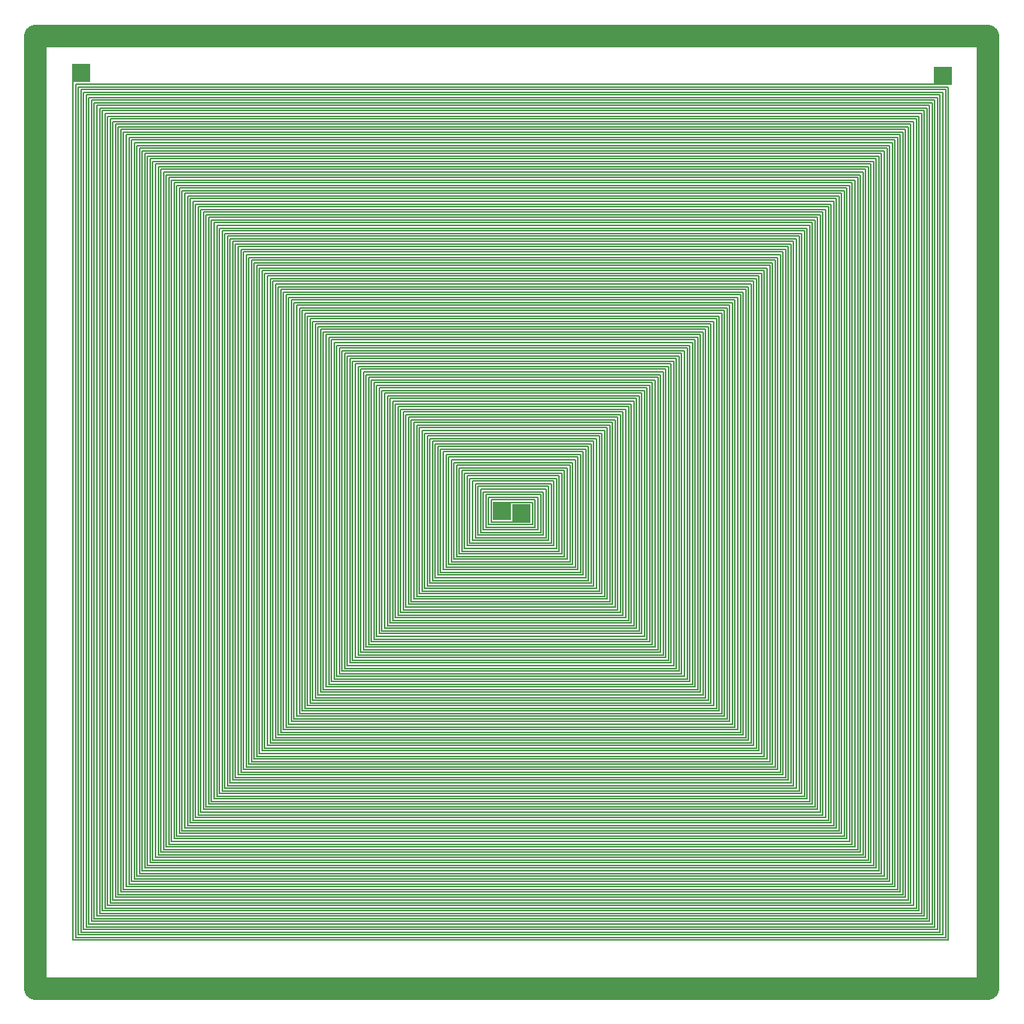
<source format=gbr>
G04 start of page 2 for group 0 idx 0 *
G04 Title: (unknown), component *
G04 Creator: pcb 1.99y *
G04 CreationDate: Mon Mar  9 18:38:31 2009 UTC *
G04 For: dj *
G04 Format: Gerber/RS-274X *
G04 PCB-Dimensions: 432612 432612 *
G04 PCB-Coordinate-Origin: lower left *
%MOIN*%
%FSLAX25Y25*%
%LNFRONT*%
%ADD11C,0.0059*%
%ADD12C,0.1000*%
%ADD13C,0.0200*%
%ADD14C,0.0300*%
G54D11*X205942Y222966D02*X227852D01*
X204760Y224148D02*X229034D01*
X203578Y225330D02*X230216D01*
X202396Y226512D02*X231398D01*
X201214Y227694D02*X232580D01*
X200032Y228876D02*X233762D01*
X198850Y230058D02*X234944D01*
X197668Y231240D02*X236126D01*
X196486Y232422D02*X237308D01*
X195304Y233604D02*X238490D01*
X194122Y234786D02*X239672D01*
X192940Y235968D02*X240854D01*
X191758Y237150D02*X242036D01*
X190576Y238332D02*X243218D01*
X189394Y239514D02*X244400D01*
X188212Y240696D02*X245582D01*
X187030Y241878D02*X246764D01*
X185848Y243060D02*X247946D01*
X184666Y244242D02*X249128D01*
X183484Y245424D02*X250310D01*
X182302Y246606D02*X251492D01*
X181120Y247788D02*X252674D01*
X179938Y248970D02*X253856D01*
X178756Y250152D02*X255038D01*
X177574Y251334D02*X256220D01*
X176392Y252516D02*X257402D01*
X175210Y253698D02*X258584D01*
X104290Y324618D02*X329504D01*
X103108Y325800D02*X330686D01*
X101926Y326982D02*X331868D01*
X100744Y328164D02*X333050D01*
X99562Y329346D02*X334232D01*
X98380Y330528D02*X335414D01*
X97198Y331710D02*X336596D01*
X96016Y332892D02*X337778D01*
X94834Y334074D02*X338960D01*
X93652Y335256D02*X340142D01*
X92470Y336438D02*X341324D01*
X91288Y337620D02*X342506D01*
X90106Y338802D02*X343688D01*
X88924Y339984D02*X344870D01*
X87742Y341166D02*X346052D01*
X86560Y342348D02*X347234D01*
X85378Y343530D02*X348416D01*
X84196Y344712D02*X349598D01*
X83014Y345894D02*X350780D01*
X81832Y347076D02*X351962D01*
X80650Y348258D02*X353144D01*
X79468Y349440D02*X354326D01*
X78286Y350622D02*X355508D01*
X77104Y351804D02*X356690D01*
X75922Y352986D02*X357872D01*
X74740Y354168D02*X359054D01*
X73558Y355350D02*X360236D01*
X72376Y356532D02*X361418D01*
X71194Y357714D02*X362600D01*
X70012Y358896D02*X363782D01*
X68830Y360078D02*X364964D01*
X67648Y361260D02*X366146D01*
X66466Y362442D02*X367328D01*
X65284Y363624D02*X368510D01*
X64102Y364806D02*X369692D01*
X62920Y365988D02*X370874D01*
X61738Y367170D02*X372056D01*
X60556Y368352D02*X373238D01*
X59374Y369534D02*X374420D01*
X58192Y370716D02*X375602D01*
X57010Y371898D02*X376784D01*
X55828Y373080D02*X377966D01*
X54646Y374262D02*X379148D01*
X53464Y375444D02*X380330D01*
X52282Y376626D02*X381512D01*
X51100Y377808D02*X382694D01*
X49918Y378990D02*X383876D01*
X48736Y380172D02*X385058D01*
X47554Y381354D02*X386240D01*
X46372Y382536D02*X387422D01*
X45190Y383718D02*X388604D01*
X44008Y384900D02*X389786D01*
X42826Y386082D02*X390968D01*
X41644Y387264D02*X392150D01*
X40462Y388446D02*X393332D01*
X39280Y389628D02*X394514D01*
X38098Y390810D02*X395696D01*
X36916Y391992D02*X396878D01*
X35734Y393174D02*X398060D01*
X34552Y394356D02*X399242D01*
X33370Y395538D02*X400424D01*
X32188Y396720D02*X401606D01*
X31006Y397902D02*X402788D01*
X29824Y399084D02*X403970D01*
X28642Y400266D02*X405152D01*
X27460Y401448D02*X406334D01*
X26278Y402630D02*X407516D01*
X25096Y403812D02*X408698D01*
X23914Y404994D02*X409880D01*
X22732Y406176D02*X411062D01*
G54D12*X5000Y427612D02*X427612D01*
G54D11*X204760Y209647D02*X226670D01*
X203578Y208465D02*X227852D01*
X202396Y207283D02*X229034D01*
X226670Y209647D02*Y221784D01*
X227852Y208465D02*Y222966D01*
X229034Y207283D02*Y224148D01*
X230216Y206101D02*Y225330D01*
X231398Y204919D02*Y226512D01*
X232580Y203737D02*Y227694D01*
X201214Y206101D02*X230216D01*
X200032Y204919D02*X231398D01*
X198850Y203737D02*X232580D01*
X197668Y202555D02*X233762D01*
X207124Y212011D02*Y221784D01*
X208306Y220602D02*X225488D01*
X205942Y210829D02*Y222966D01*
X207124Y221784D02*X226670D01*
X207124Y212011D02*X224306D01*
Y219420D01*
X205942Y210829D02*X225488D01*
Y220602D01*
X233762Y202555D02*Y228876D01*
X196486Y201373D02*X234944D01*
X255038Y181279D02*Y250152D01*
X256220Y180097D02*Y251334D01*
X257402Y178915D02*Y252516D01*
X258584Y177733D02*Y253698D01*
X259766Y176551D02*Y254880D01*
X260948Y175369D02*Y256062D01*
X262130Y174187D02*Y257244D01*
X263312Y173005D02*Y258426D01*
X264494Y171823D02*Y259608D01*
X265676Y170641D02*Y260790D01*
X266858Y169459D02*Y261972D01*
X268040Y168277D02*Y263154D01*
X269222Y167095D02*Y264336D01*
X270404Y165913D02*Y265518D01*
X271586Y164731D02*Y266700D01*
X272768Y163549D02*Y267882D01*
X273950Y162367D02*Y269064D01*
X275132Y161185D02*Y270246D01*
X276314Y160003D02*Y271428D01*
X277496Y158821D02*Y272610D01*
X278678Y157639D02*Y273792D01*
X279860Y156457D02*Y274974D01*
X281042Y155275D02*Y276156D01*
X282224Y154093D02*Y277338D01*
X283406Y152911D02*Y278520D01*
X284588Y151729D02*Y279702D01*
X285770Y150547D02*Y280884D01*
X286952Y149365D02*Y282066D01*
X288134Y148183D02*Y283248D01*
X289316Y147001D02*Y284430D01*
X290498Y145819D02*Y285612D01*
X291680Y144637D02*Y286794D01*
X292862Y143455D02*Y287976D01*
X294044Y142273D02*Y289158D01*
X295226Y141091D02*Y290340D01*
X296408Y139909D02*Y291522D01*
X297590Y138727D02*Y292704D01*
X298772Y137545D02*Y293886D01*
X234944Y201373D02*Y230058D01*
X236126Y200191D02*Y231240D01*
X237308Y199009D02*Y232422D01*
X238490Y197827D02*Y233604D01*
X239672Y196645D02*Y234786D01*
X240854Y195463D02*Y235968D01*
X242036Y194281D02*Y237150D01*
X243218Y193099D02*Y238332D01*
X244400Y191917D02*Y239514D01*
X245582Y190735D02*Y240696D01*
X246764Y189553D02*Y241878D01*
X247946Y188371D02*Y243060D01*
X249128Y187189D02*Y244242D01*
X250310Y186007D02*Y245424D01*
X251492Y184825D02*Y246606D01*
X252674Y183643D02*Y247788D01*
X253856Y182461D02*Y248970D01*
X195304Y200191D02*X236126D01*
X194122Y199009D02*X237308D01*
X192940Y197827D02*X238490D01*
X191758Y196645D02*X239672D01*
X190576Y195463D02*X240854D01*
X189394Y194281D02*X242036D01*
X188212Y193099D02*X243218D01*
X187030Y191917D02*X244400D01*
X185848Y190735D02*X245582D01*
X184666Y189553D02*X246764D01*
X183484Y188371D02*X247946D01*
X182302Y187189D02*X249128D01*
X181120Y186007D02*X250310D01*
X179938Y184825D02*X251492D01*
X178756Y183643D02*X252674D01*
X177574Y182461D02*X253856D01*
X176392Y181279D02*X255038D01*
X175210Y180097D02*X256220D01*
X174028Y178915D02*X257402D01*
X172846Y177733D02*X258584D01*
X171664Y176551D02*X259766D01*
X170482Y175369D02*X260948D01*
X169300Y174187D02*X262130D01*
X168118Y173005D02*X263312D01*
X166936Y171823D02*X264494D01*
X165754Y170641D02*X265676D01*
X164572Y169459D02*X266858D01*
X163390Y168277D02*X268040D01*
X162208Y167095D02*X269222D01*
X161026Y165913D02*X270404D01*
X159844Y164731D02*X271586D01*
X158662Y163549D02*X272768D01*
X157480Y162367D02*X273950D01*
X156298Y161185D02*X275132D01*
X155116Y160003D02*X276314D01*
X153934Y158821D02*X277496D01*
X152752Y157639D02*X278678D01*
X151570Y156457D02*X279860D01*
X150388Y155275D02*X281042D01*
X149206Y154093D02*X282224D01*
X148024Y152911D02*X283406D01*
X146842Y151729D02*X284588D01*
X145660Y150547D02*X285770D01*
X144478Y149365D02*X286952D01*
X143296Y148183D02*X288134D01*
X142114Y147001D02*X289316D01*
X140932Y145819D02*X290498D01*
X139750Y144637D02*X291680D01*
X138568Y143455D02*X292862D01*
X137386Y142273D02*X294044D01*
X136204Y141091D02*X295226D01*
X135022Y139909D02*X296408D01*
X133840Y138727D02*X297590D01*
X132658Y137545D02*X298772D01*
X131476Y136363D02*X299954D01*
X174028Y254880D02*X259766D01*
X172846Y256062D02*X260948D01*
X171664Y257244D02*X262130D01*
X170482Y258426D02*X263312D01*
X169300Y259608D02*X264494D01*
X168118Y260790D02*X265676D01*
X166936Y261972D02*X266858D01*
X165754Y263154D02*X268040D01*
X164572Y264336D02*X269222D01*
X163390Y265518D02*X270404D01*
X162208Y266700D02*X271586D01*
X161026Y267882D02*X272768D01*
X159844Y269064D02*X273950D01*
X158662Y270246D02*X275132D01*
X157480Y271428D02*X276314D01*
X156298Y272610D02*X277496D01*
X155116Y273792D02*X278678D01*
X153934Y274974D02*X279860D01*
X152752Y276156D02*X281042D01*
X151570Y277338D02*X282224D01*
X150388Y278520D02*X283406D01*
X149206Y279702D02*X284588D01*
X148024Y280884D02*X285770D01*
X146842Y282066D02*X286952D01*
X145660Y283248D02*X288134D01*
X144478Y284430D02*X289316D01*
X143296Y285612D02*X290498D01*
X142114Y286794D02*X291680D01*
X140932Y287976D02*X292862D01*
X139750Y289158D02*X294044D01*
X138568Y290340D02*X295226D01*
X137386Y291522D02*X296408D01*
X136204Y292704D02*X297590D01*
X135022Y293886D02*X298772D01*
X133840Y295068D02*X299954D01*
X132658Y296250D02*X301136D01*
X131476Y297432D02*X302318D01*
X130294Y298614D02*X303500D01*
X129112Y299796D02*X304682D01*
X127930Y300978D02*X305864D01*
X126748Y302160D02*X307046D01*
X125566Y303342D02*X308228D01*
X124384Y304524D02*X309410D01*
X123202Y305706D02*X310592D01*
X122020Y306888D02*X311774D01*
X120838Y308070D02*X312956D01*
X119656Y309252D02*X314138D01*
X118474Y310434D02*X315320D01*
X117292Y311616D02*X316502D01*
X116110Y312798D02*X317684D01*
X114928Y313980D02*X318866D01*
X113746Y315162D02*X320048D01*
X112564Y316344D02*X321230D01*
X111382Y317526D02*X322412D01*
X110200Y318708D02*X323594D01*
X109018Y319890D02*X324776D01*
X107836Y321072D02*X325958D01*
X106654Y322254D02*X327140D01*
X105472Y323436D02*X328322D01*
X179938Y184825D02*Y248970D01*
X178756Y183643D02*Y250152D01*
X177574Y182461D02*Y251334D01*
X176392Y181279D02*Y252516D01*
X175210Y180097D02*Y253698D01*
X174028Y178915D02*Y254880D01*
X172846Y177733D02*Y256062D01*
X171664Y176551D02*Y257244D01*
X170482Y175369D02*Y258426D01*
X169300Y174187D02*Y259608D01*
X168118Y173005D02*Y260790D01*
X166936Y171823D02*Y261972D01*
X165754Y170641D02*Y263154D01*
X164572Y169459D02*Y264336D01*
X163390Y168277D02*Y265518D01*
X162208Y167095D02*Y266700D01*
X161026Y165913D02*Y267882D01*
X159844Y164731D02*Y269064D01*
X158662Y163549D02*Y270246D01*
X157480Y162367D02*Y271428D01*
X156298Y161185D02*Y272610D01*
X155116Y160003D02*Y273792D01*
X153934Y158821D02*Y274974D01*
X152752Y157639D02*Y276156D01*
X151570Y156457D02*Y277338D01*
X150388Y155275D02*Y278520D01*
X149206Y154093D02*Y279702D01*
X148024Y152911D02*Y280884D01*
X146842Y151729D02*Y282066D01*
X145660Y150547D02*Y283248D01*
X144478Y149365D02*Y284430D01*
X143296Y148183D02*Y285612D01*
X142114Y147001D02*Y286794D01*
X140932Y145819D02*Y287976D01*
X139750Y144637D02*Y289158D01*
X138568Y143455D02*Y290340D01*
X137386Y142273D02*Y291522D01*
X136204Y141091D02*Y292704D01*
X135022Y139909D02*Y293886D01*
X133840Y138727D02*Y295068D01*
X132658Y137545D02*Y296250D01*
X131476Y136363D02*Y297432D01*
X130294Y135181D02*Y298614D01*
X129112Y133999D02*Y299796D01*
X127930Y132817D02*Y300978D01*
X126748Y131635D02*Y302160D01*
X125566Y130453D02*Y303342D01*
X124384Y129271D02*Y304524D01*
X123202Y128089D02*Y305706D01*
X122020Y126907D02*Y306888D01*
X120838Y125725D02*Y308070D01*
X119656Y124543D02*Y309252D01*
X118474Y123361D02*Y310434D01*
X117292Y122179D02*Y311616D01*
X116110Y120997D02*Y312798D01*
X114928Y119815D02*Y313980D01*
X113746Y118633D02*Y315162D01*
X112564Y117451D02*Y316344D01*
X111382Y116269D02*Y317526D01*
X110200Y115087D02*Y318708D01*
X109018Y113905D02*Y319890D01*
X107836Y112723D02*Y321072D01*
X106654Y111541D02*Y322254D01*
X105472Y110359D02*Y323436D01*
X104290Y109177D02*Y324618D01*
X103108Y107995D02*Y325800D01*
X101926Y106813D02*Y326982D01*
X100744Y105631D02*Y328164D01*
X99562Y104449D02*Y329346D01*
X98380Y103267D02*Y330528D01*
X97198Y102085D02*Y331710D01*
X96016Y100903D02*Y332892D01*
X94834Y99721D02*Y334074D01*
X93652Y98539D02*Y335256D01*
X92470Y97357D02*Y336438D01*
X91288Y96175D02*Y337620D01*
X90106Y94993D02*Y338802D01*
X88924Y93811D02*Y339984D01*
X87742Y92629D02*Y341166D01*
X86560Y91447D02*Y342348D01*
X85378Y90265D02*Y343530D01*
X84196Y89083D02*Y344712D01*
X83014Y87901D02*Y345894D01*
X81832Y86719D02*Y347076D01*
X80650Y85537D02*Y348258D01*
X79468Y84355D02*Y349440D01*
X78286Y83173D02*Y350622D01*
X77104Y81991D02*Y351804D01*
X75922Y80809D02*Y352986D01*
X74740Y79627D02*Y354168D01*
X73558Y78445D02*Y355350D01*
X72376Y77263D02*Y356532D01*
X71194Y76081D02*Y357714D01*
X70012Y74899D02*Y358896D01*
X68830Y73717D02*Y360078D01*
X67648Y72535D02*Y361260D01*
X66466Y71353D02*Y362442D01*
X65284Y70171D02*Y363624D01*
X64102Y68989D02*Y364806D01*
X62920Y67807D02*Y365988D01*
X61738Y66625D02*Y367170D01*
X60556Y65443D02*Y368352D01*
X59374Y64261D02*Y369534D01*
X58192Y63079D02*Y370716D01*
X57010Y61897D02*Y371898D01*
X55828Y60715D02*Y373080D01*
X54646Y59533D02*Y374262D01*
X53464Y58351D02*Y375444D01*
X52282Y57169D02*Y376626D01*
X51100Y55987D02*Y377808D01*
X49918Y54805D02*Y378990D01*
X48736Y53623D02*Y380172D01*
X47554Y52441D02*Y381354D01*
X46372Y51259D02*Y382536D01*
X45190Y50077D02*Y383718D01*
X44008Y48895D02*Y384900D01*
X42826Y47713D02*Y386082D01*
X41644Y46531D02*Y387264D01*
X40462Y45349D02*Y388446D01*
X39280Y44167D02*Y389628D01*
X38098Y42985D02*Y390810D01*
X36916Y41803D02*Y391992D01*
X35734Y40621D02*Y393174D01*
X34552Y39439D02*Y394356D01*
X33370Y38257D02*Y395538D01*
X32188Y37075D02*Y396720D01*
X31006Y35893D02*Y397902D01*
X29824Y34711D02*Y399084D01*
X28642Y33529D02*Y400266D01*
X27460Y32347D02*Y401448D01*
X26278Y31165D02*Y402630D01*
X25096Y29983D02*Y403812D01*
X23914Y28801D02*Y404994D01*
X22732Y27619D02*Y406176D01*
X21550Y26437D02*Y407358D01*
G54D12*X5000Y5000D02*Y427612D01*
G54D11*X299954Y136363D02*Y295068D01*
X301136Y135181D02*Y296250D01*
X302318Y133999D02*Y297432D01*
X303500Y132817D02*Y298614D01*
X304682Y131635D02*Y299796D01*
X305864Y130453D02*Y300978D01*
X307046Y129271D02*Y302160D01*
X308228Y128089D02*Y303342D01*
X309410Y126907D02*Y304524D01*
X310592Y125725D02*Y305706D01*
X311774Y124543D02*Y306888D01*
X312956Y123361D02*Y308070D01*
X314138Y122179D02*Y309252D01*
X315320Y120997D02*Y310434D01*
X316502Y119815D02*Y311616D01*
X317684Y118633D02*Y312798D01*
X318866Y117451D02*Y313980D01*
X320048Y116269D02*Y315162D01*
X321230Y115087D02*Y316344D01*
X322412Y113905D02*Y317526D01*
X323594Y112723D02*Y318708D01*
X324776Y111541D02*Y319890D01*
X325958Y110359D02*Y321072D01*
X327140Y109177D02*Y322254D01*
X328322Y107995D02*Y323436D01*
X329504Y106813D02*Y324618D01*
X330686Y105631D02*Y325800D01*
X331868Y104449D02*Y326982D01*
X333050Y103267D02*Y328164D01*
X334232Y102085D02*Y329346D01*
X335414Y100903D02*Y330528D01*
X336596Y99721D02*Y331710D01*
X337778Y98539D02*Y332892D01*
X338960Y97357D02*Y334074D01*
X340142Y96175D02*Y335256D01*
X341324Y94993D02*Y336438D01*
X342506Y93811D02*Y337620D01*
X343688Y92629D02*Y338802D01*
X344870Y91447D02*Y339984D01*
X346052Y90265D02*Y341166D01*
X347234Y89083D02*Y342348D01*
X348416Y87901D02*Y343530D01*
X349598Y86719D02*Y344712D01*
X350780Y85537D02*Y345894D01*
X351962Y84355D02*Y347076D01*
X353144Y83173D02*Y348258D01*
X354326Y81991D02*Y349440D01*
X355508Y80809D02*Y350622D01*
X356690Y79627D02*Y351804D01*
X357872Y78445D02*Y352986D01*
X359054Y77263D02*Y354168D01*
X360236Y76081D02*Y355350D01*
X361418Y74899D02*Y356532D01*
X362600Y73717D02*Y357714D01*
X363782Y72535D02*Y358896D01*
X364964Y71353D02*Y360078D01*
X366146Y70171D02*Y361260D01*
X367328Y68989D02*Y362442D01*
X368510Y67807D02*Y363624D01*
X369692Y66625D02*Y364806D01*
X370874Y65443D02*Y365988D01*
X372056Y64261D02*Y367170D01*
X373238Y63079D02*Y368352D01*
X374420Y61897D02*Y369534D01*
X375602Y60715D02*Y370716D01*
X376784Y59533D02*Y371898D01*
X377966Y58351D02*Y373080D01*
X379148Y57169D02*Y374262D01*
X380330Y55987D02*Y375444D01*
X381512Y54805D02*Y376626D01*
X382694Y53623D02*Y377808D01*
X383876Y52441D02*Y378990D01*
X385058Y51259D02*Y380172D01*
X386240Y50077D02*Y381354D01*
X387422Y48895D02*Y382536D01*
X388604Y47713D02*Y383718D01*
X389786Y46531D02*Y384900D01*
X390968Y45349D02*Y386082D01*
X392150Y44167D02*Y387264D01*
X393332Y42985D02*Y388446D01*
X394514Y41803D02*Y389628D01*
X395696Y40621D02*Y390810D01*
X396878Y39439D02*Y391992D01*
X398060Y38257D02*Y393174D01*
X399242Y37075D02*Y394356D01*
X400424Y35893D02*Y395538D01*
X401606Y34711D02*Y396720D01*
X402788Y33529D02*Y397902D01*
X403970Y32347D02*Y399084D01*
X405152Y31165D02*Y400266D01*
X406334Y29983D02*Y401448D01*
X407516Y28801D02*Y402630D01*
X408698Y27619D02*Y403812D01*
X409880Y26437D02*Y404994D01*
G54D12*X427612Y5000D02*Y427612D01*
G54D11*X204760Y209647D02*Y224148D01*
X203578Y208465D02*Y225330D01*
X202396Y207283D02*Y226512D01*
X201214Y206101D02*Y227694D01*
X200032Y204919D02*Y228876D01*
X198850Y203737D02*Y230058D01*
X197668Y202555D02*Y231240D01*
X196486Y201373D02*Y232422D01*
X195304Y200191D02*Y233604D01*
X194122Y199009D02*Y234786D01*
X192940Y197827D02*Y235968D01*
X191758Y196645D02*Y237150D01*
X190576Y195463D02*Y238332D01*
X189394Y194281D02*Y239514D01*
X188212Y193099D02*Y240696D01*
X187030Y191917D02*Y241878D01*
X185848Y190735D02*Y243060D01*
X184666Y189553D02*Y244242D01*
X183484Y188371D02*Y245424D01*
X182302Y187189D02*Y246606D01*
X181120Y186007D02*Y247788D01*
X130294Y135181D02*X301136D01*
X129112Y133999D02*X302318D01*
X127930Y132817D02*X303500D01*
X126748Y131635D02*X304682D01*
X125566Y130453D02*X305864D01*
X124384Y129271D02*X307046D01*
X123202Y128089D02*X308228D01*
X122020Y126907D02*X309410D01*
X120838Y125725D02*X310592D01*
X119656Y124543D02*X311774D01*
X118474Y123361D02*X312956D01*
X117292Y122179D02*X314138D01*
X116110Y120997D02*X315320D01*
X114928Y119815D02*X316502D01*
X113746Y118633D02*X317684D01*
X112564Y117451D02*X318866D01*
X111382Y116269D02*X320048D01*
X110200Y115087D02*X321230D01*
X109018Y113905D02*X322412D01*
X107836Y112723D02*X323594D01*
X106654Y111541D02*X324776D01*
X105472Y110359D02*X325958D01*
X104290Y109177D02*X327140D01*
X103108Y107995D02*X328322D01*
X101926Y106813D02*X329504D01*
X100744Y105631D02*X330686D01*
X99562Y104449D02*X331868D01*
X98380Y103267D02*X333050D01*
X97198Y102085D02*X334232D01*
X96016Y100903D02*X335414D01*
X94834Y99721D02*X336596D01*
X93652Y98539D02*X337778D01*
X92470Y97357D02*X338960D01*
X91288Y96175D02*X340142D01*
X90106Y94993D02*X341324D01*
X88924Y93811D02*X342506D01*
X87742Y92629D02*X343688D01*
X86560Y91447D02*X344870D01*
X85378Y90265D02*X346052D01*
X84196Y89083D02*X347234D01*
X83014Y87901D02*X348416D01*
X81832Y86719D02*X349598D01*
X80650Y85537D02*X350780D01*
X79468Y84355D02*X351962D01*
X78286Y83173D02*X353144D01*
X77104Y81991D02*X354326D01*
X75922Y80809D02*X355508D01*
X74740Y79627D02*X356690D01*
X73558Y78445D02*X357872D01*
X72376Y77263D02*X359054D01*
X71194Y76081D02*X360236D01*
X70012Y74899D02*X361418D01*
X68830Y73717D02*X362600D01*
X67648Y72535D02*X363782D01*
X66466Y71353D02*X364964D01*
X65284Y70171D02*X366146D01*
X64102Y68989D02*X367328D01*
X62920Y67807D02*X368510D01*
X61738Y66625D02*X369692D01*
X60556Y65443D02*X370874D01*
X59374Y64261D02*X372056D01*
X58192Y63079D02*X373238D01*
X57010Y61897D02*X374420D01*
X55828Y60715D02*X375602D01*
X54646Y59533D02*X376784D01*
X53464Y58351D02*X377966D01*
X52282Y57169D02*X379148D01*
X51100Y55987D02*X380330D01*
X49918Y54805D02*X381512D01*
X48736Y53623D02*X382694D01*
X47554Y52441D02*X383876D01*
X46372Y51259D02*X385058D01*
X45190Y50077D02*X386240D01*
X44008Y48895D02*X387422D01*
X42826Y47713D02*X388604D01*
X41644Y46531D02*X389786D01*
X40462Y45349D02*X390968D01*
X39280Y44167D02*X392150D01*
X38098Y42985D02*X393332D01*
X36916Y41803D02*X394514D01*
X35734Y40621D02*X395696D01*
X34552Y39439D02*X396878D01*
X33370Y38257D02*X398060D01*
X32188Y37075D02*X399242D01*
X31006Y35893D02*X400424D01*
X29824Y34711D02*X401606D01*
X28642Y33529D02*X402788D01*
X27460Y32347D02*X403970D01*
X26278Y31165D02*X405152D01*
X25096Y29983D02*X406334D01*
X23914Y28801D02*X407516D01*
X22732Y27619D02*X408698D01*
X21550Y26437D02*X409880D01*
G54D12*X5000Y5000D02*X427612D01*
G54D13*G36*
X208010Y220897D02*Y212897D01*
X216010D01*
Y220897D01*
X208010D01*
G37*
G36*
X216601Y219715D02*Y211715D01*
X224601D01*
Y219715D01*
X216601D01*
G37*
G36*
X21254Y415062D02*Y407062D01*
X29254D01*
Y415062D01*
X21254D01*
G37*
G36*
X403357Y413880D02*Y405880D01*
X411357D01*
Y413880D01*
X403357D01*
G37*
G54D14*M02*

</source>
